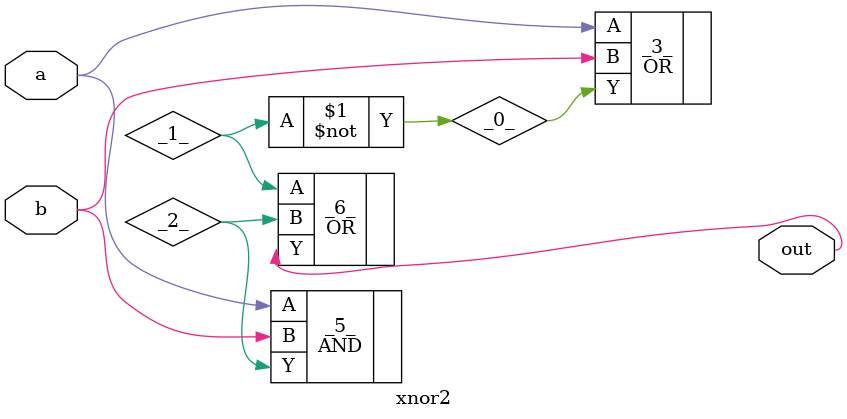
<source format=v>
/* Generated by Yosys 0.41+83 (git sha1 7045cf509, x86_64-w64-mingw32-g++ 13.2.1 -Os) */

/* cells_not_processed =  1  */
/* src = "xnor2.v:1.1-9.10" */
module xnor2(a, b, out);
  wire _0_;
  wire _1_;
  wire _2_;
  /* src = "xnor2.v:2.9-2.10" */
  input a;
  wire a;
  /* src = "xnor2.v:3.9-3.10" */
  input b;
  wire b;
  /* src = "xnor2.v:4.10-4.13" */
  output out;
  wire out;
  OR _3_ (
    .A(a),
    .B(b),
    .Y(_0_)
  );
  not _4_ (
    .A(_0_),
    .Y(_1_)
  );
  AND _5_ (
    .A(a),
    .B(b),
    .Y(_2_)
  );
  OR _6_ (
    .A(_1_),
    .B(_2_),
    .Y(out)
  );
endmodule

</source>
